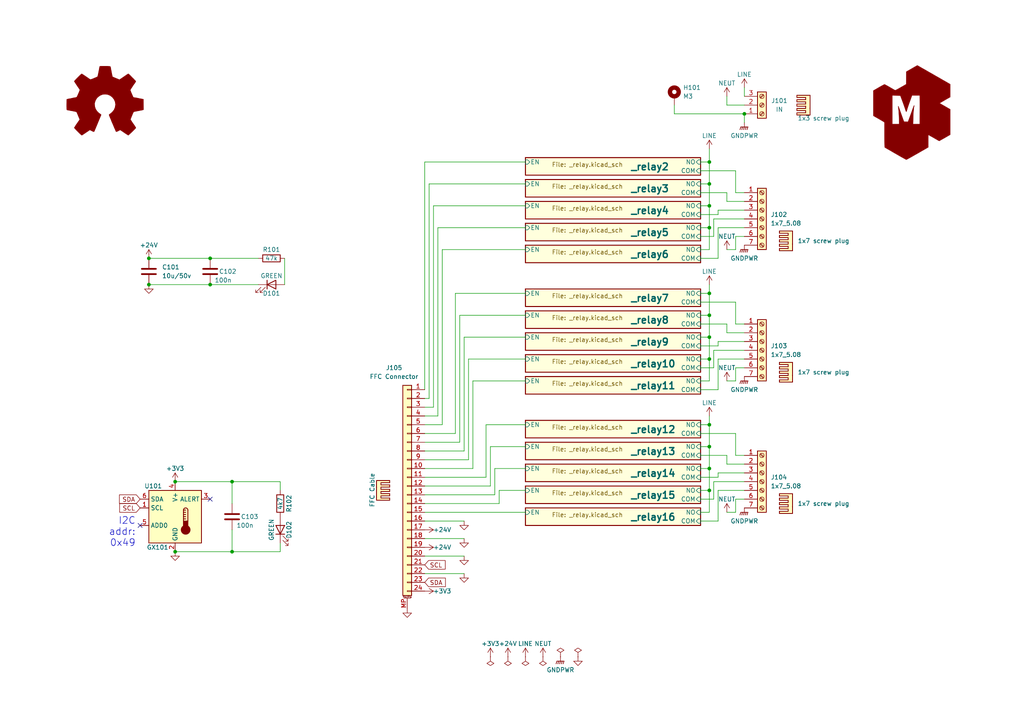
<source format=kicad_sch>
(kicad_sch (version 20211123) (generator eeschema)
  (paper "A4")
  (title_block (title "WormControl-Relay15x5t15-PowerBoard") (date "2024-11-28") (rev "0.1") (company "makerspace.lt"))
  (lib_symbols
    (symbol "-local:LOGO_KMS" (pin_names (offset 1.016)))
    (symbol "-pwr:+3V3" (power) (pin_numbers hide) (pin_names (offset 0) hide)
      (property "Value" "+3V3" (at 0 3.81 0))
      (symbol "+3V3_1_1"
        (pin power_in line (at 0 0 90) (length 0) hide (name "+3V3") (number "1"))
      )
    )
    (symbol "-pwr:GND" (power) (pin_numbers hide) (pin_names (offset 0) hide)
      (symbol "GND_1_1"
        (pin power_in line (at 0 0 270) (length 0) hide (name "GND") (number "1"))
      )
    )
    (symbol "Connector:Screw_Terminal_01x03" (pin_names (offset 1.016) hide)
      (property "Reference" "J" (at 0 5.08 0))
      (property "Value" "Screw_Terminal_01x03" (at 0 -5.08 0))
      (symbol "Screw_Terminal_01x03_1_1"
        (pin passive line (at -5.08 2.54 0) (length 3.81) (name "Pin_1") (number "1"))
        (pin passive line (at -5.08 0 0) (length 3.81) (name "Pin_2") (number "2"))
        (pin passive line (at -5.08 -2.54 0) (length 3.81) (name "Pin_3") (number "3"))
      )
    )
    (symbol "Connector:Screw_Terminal_01x07" (pin_names (offset 1.016) hide)
      (property "Reference" "J" (at 0 10.16 0))
      (property "Value" "Screw_Terminal_01x07" (at 0 -10.16 0))
      (symbol "Screw_Terminal_01x07_1_1"
        (pin passive line (at -5.08 7.62 0) (length 3.81) (name "Pin_1") (number "1"))
        (pin passive line (at -5.08 5.08 0) (length 3.81) (name "Pin_2") (number "2"))
        (pin passive line (at -5.08 2.54 0) (length 3.81) (name "Pin_3") (number "3"))
        (pin passive line (at -5.08 0 0) (length 3.81) (name "Pin_4") (number "4"))
        (pin passive line (at -5.08 -2.54 0) (length 3.81) (name "Pin_5") (number "5"))
        (pin passive line (at -5.08 -5.08 0) (length 3.81) (name "Pin_6") (number "6"))
        (pin passive line (at -5.08 -7.62 0) (length 3.81) (name "Pin_7") (number "7"))
      )
    )
    (symbol "Connector_Generic_MountingPin:Conn_01x24_MountingPin" (pin_names (offset 1.016) hide)
      (property "Reference" "J" (at 0 30.48 0))
      (property "Value" "Conn_01x24_MountingPin" (at 1.27 -33.02 0))
      (symbol "Conn_01x24_MountingPin_1_1"
        (text "Mounting" (at 0 -32.131 0) (effects (font (size 0.381 0.381))))
        (pin passive line (at -5.08 27.94 0) (length 3.81) (name "Pin_1") (number "1"))
        (pin passive line (at -5.08 5.08 0) (length 3.81) (name "Pin_10") (number "10"))
        (pin passive line (at -5.08 2.54 0) (length 3.81) (name "Pin_11") (number "11"))
        (pin passive line (at -5.08 0 0) (length 3.81) (name "Pin_12") (number "12"))
        (pin passive line (at -5.08 -2.54 0) (length 3.81) (name "Pin_13") (number "13"))
        (pin passive line (at -5.08 -5.08 0) (length 3.81) (name "Pin_14") (number "14"))
        (pin passive line (at -5.08 -7.62 0) (length 3.81) (name "Pin_15") (number "15"))
        (pin passive line (at -5.08 -10.16 0) (length 3.81) (name "Pin_16") (number "16"))
        (pin passive line (at -5.08 -12.7 0) (length 3.81) (name "Pin_17") (number "17"))
        (pin passive line (at -5.08 -15.24 0) (length 3.81) (name "Pin_18") (number "18"))
        (pin passive line (at -5.08 -17.78 0) (length 3.81) (name "Pin_19") (number "19"))
        (pin passive line (at -5.08 25.4 0) (length 3.81) (name "Pin_2") (number "2"))
        (pin passive line (at -5.08 -20.32 0) (length 3.81) (name "Pin_20") (number "20"))
        (pin passive line (at -5.08 -22.86 0) (length 3.81) (name "Pin_21") (number "21"))
        (pin passive line (at -5.08 -25.4 0) (length 3.81) (name "Pin_22") (number "22"))
        (pin passive line (at -5.08 -27.94 0) (length 3.81) (name "Pin_23") (number "23"))
        (pin passive line (at -5.08 -30.48 0) (length 3.81) (name "Pin_24") (number "24"))
        (pin passive line (at -5.08 22.86 0) (length 3.81) (name "Pin_3") (number "3"))
        (pin passive line (at -5.08 20.32 0) (length 3.81) (name "Pin_4") (number "4"))
        (pin passive line (at -5.08 17.78 0) (length 3.81) (name "Pin_5") (number "5"))
        (pin passive line (at -5.08 15.24 0) (length 3.81) (name "Pin_6") (number "6"))
        (pin passive line (at -5.08 12.7 0) (length 3.81) (name "Pin_7") (number "7"))
        (pin passive line (at -5.08 10.16 0) (length 3.81) (name "Pin_8") (number "8"))
        (pin passive line (at -5.08 7.62 0) (length 3.81) (name "Pin_9") (number "9"))
        (pin passive line (at 0 -35.56 90) (length 3.048) (name "MountPin") (number "MP"))
      )
    )
    (symbol "Device:C" (pin_numbers hide) (pin_names (offset 0.254))
      (property "Reference" "C" (at 0.635 2.54 0))
      (property "Value" "C" (at 0.635 -2.54 0))
      (symbol "C_1_1"
        (pin passive line (at 0 3.81 270) (length 2.794) (name "~") (number "1"))
        (pin passive line (at 0 -3.81 90) (length 2.794) (name "~") (number "2"))
      )
    )
    (symbol "Device:LED" (pin_numbers hide) (pin_names (offset 1.016) hide)
      (property "Reference" "D" (at 0 2.54 0))
      (property "Value" "LED" (at 0 -2.54 0))
      (symbol "LED_1_1"
        (pin passive line (at -3.81 0 0) (length 2.54) (name "K") (number "1"))
        (pin passive line (at 3.81 0 180) (length 2.54) (name "A") (number "2"))
      )
    )
    (symbol "Device:R" (pin_numbers hide) (pin_names (offset 0))
      (property "Reference" "R" (at 2.032 0 90))
      (property "Value" "R" (at 0 0 90))
      (symbol "R_1_1"
        (pin passive line (at 0 3.81 270) (length 1.27) (name "~") (number "1"))
        (pin passive line (at 0 -3.81 90) (length 1.27) (name "~") (number "2"))
      )
    )
    (symbol "Graphic:Logo_Open_Hardware_Large" (pin_names (offset 1.016)))
    (symbol "Mechanical:Heatsink" (pin_names (offset 1.016))
      (property "Reference" "HS" (at 0 5.08 0))
      (property "Value" "Heatsink" (at 0 -1.27 0))
    )
    (symbol "Mechanical:MountingHole_Pad" (pin_numbers hide) (pin_names (offset 1.016) hide)
      (property "Reference" "H" (at 0 6.35 0))
      (property "Value" "MountingHole_Pad" (at 0 4.445 0))
      (symbol "MountingHole_Pad_1_1"
        (pin input line (at 0 -2.54 90) (length 2.54) (name "1") (number "1"))
      )
    )
    (symbol "Sensor_Temperature:TMP101"
      (property "Reference" "U" (at -2.54 10.795 0))
      (property "Value" "TMP101" (at -2.54 8.89 0))
      (symbol "TMP101_1_1"
        (pin input line (at -10.16 2.54 0) (length 2.54) (name "SCL") (number "1"))
        (pin power_in line (at 0 -10.16 90) (length 2.54) (name "GND") (number "2"))
        (pin open_collector line (at 10.16 5.08 180) (length 2.54) (name "ALERT") (number "3"))
        (pin power_in line (at 0 10.16 270) (length 2.54) (name "V+") (number "4"))
        (pin input line (at -10.16 -2.54 0) (length 2.54) (name "ADD0") (number "5"))
        (pin bidirectional line (at -10.16 5.08 0) (length 2.54) (name "SDA") (number "6"))
      )
    )
    (symbol "power:+24V" (power) (pin_numbers hide) (pin_names (offset 0) hide)
      (property "Value" "+24V" (at 0 3.556 0))
      (symbol "+24V_1_1"
        (pin power_in line (at 0 0 90) (length 0) hide (name "+24V") (number "1"))
      )
    )
    (symbol "power:GNDPWR" (power) (pin_numbers hide) (pin_names (offset 0) hide)
      (property "Value" "GNDPWR" (at 0 -3.302 0))
      (symbol "GNDPWR_1_1"
        (pin power_in line (at 0 0 270) (length 0) hide (name "GNDPWR") (number "1"))
      )
    )
    (symbol "power:LINE" (power) (pin_numbers hide) (pin_names (offset 0) hide)
      (property "Value" "LINE" (at 0 3.81 0))
      (symbol "LINE_1_1"
        (pin power_in line (at 0 0 90) (length 0) hide (name "LINE") (number "1"))
      )
    )
    (symbol "power:NEUT" (power) (pin_numbers hide) (pin_names (offset 0) hide)
      (property "Value" "NEUT" (at 0 3.81 0))
      (symbol "NEUT_1_1"
        (pin power_in line (at 0 0 90) (length 0) hide (name "NEUT") (number "1"))
      )
    )
    (symbol "power:PWR_FLAG" (power) (pin_numbers hide) (pin_names (offset 0) hide)
      (property "Value" "PWR_FLAG" (at 0 3.81 0))
      (symbol "PWR_FLAG_0_0"
        (pin power_out line (at 0 0 90) (length 0) (name "pwr") (number "1"))
      )
    )
  )
  (junction (at 67.31 160.02))
  (junction (at 205.74 104.14))
  (junction (at 43.18 74.93))
  (junction (at 205.74 142.24))
  (junction (at 205.74 129.54))
  (junction (at 43.18 82.55))
  (junction (at 205.74 66.04))
  (junction (at 205.74 97.79))
  (junction (at 60.96 82.55))
  (junction (at 205.74 123.19))
  (junction (at 205.74 91.44))
  (junction (at 205.74 85.09))
  (junction (at 205.74 53.34))
  (junction (at 205.74 59.69))
  (junction (at 60.96 74.93))
  (junction (at 205.74 135.89))
  (junction (at 67.31 139.7))
  (junction (at 50.8 160.02))
  (junction (at 215.9 33.02))
  (junction (at 205.74 46.99))
  (junction (at 50.8 139.7))
  (no_connect (at 40.64 152.4))
  (no_connect (at 60.96 144.78))
  (wire (pts (xy 205.74 110.49) (xy 205.74 104.14)))
  (wire (pts (xy 215.9 25.4) (xy 215.9 27.94)))
  (wire (pts (xy 205.74 85.09) (xy 205.74 82.55)))
  (wire (pts (xy 67.31 146.05) (xy 67.31 139.7)))
  (wire (pts (xy 203.2 91.44) (xy 205.74 91.44)))
  (wire (pts (xy 142.24 129.54) (xy 142.24 140.97)))
  (wire (pts (xy 205.74 66.04) (xy 205.74 59.69)))
  (wire (pts (xy 203.2 135.89) (xy 205.74 135.89)))
  (wire (pts (xy 213.36 87.63) (xy 213.36 93.98)))
  (wire (pts (xy 137.16 135.89) (xy 123.19 135.89)))
  (wire (pts (xy 135.89 104.14) (xy 135.89 133.35)))
  (wire (pts (xy 137.16 110.49) (xy 137.16 135.89)))
  (wire (pts (xy 203.2 129.54) (xy 205.74 129.54)))
  (wire (pts (xy 140.97 123.19) (xy 140.97 138.43)))
  (wire (pts (xy 203.2 97.79) (xy 205.74 97.79)))
  (wire (pts (xy 143.51 135.89) (xy 143.51 143.51)))
  (wire (pts (xy 152.4 123.19) (xy 140.97 123.19)))
  (wire (pts (xy 123.19 161.29) (xy 134.62 161.29)))
  (wire (pts (xy 203.2 142.24) (xy 205.74 142.24)))
  (wire (pts (xy 195.58 30.48) (xy 195.58 33.02)))
  (wire (pts (xy 195.58 33.02) (xy 215.9 33.02)))
  (wire (pts (xy 81.28 160.02) (xy 67.31 160.02)))
  (wire (pts (xy 207.01 144.78) (xy 207.01 139.7)))
  (wire (pts (xy 203.2 53.34) (xy 205.74 53.34)))
  (wire (pts (xy 152.4 85.09) (xy 132.08 85.09)))
  (wire (pts (xy 203.2 110.49) (xy 205.74 110.49)))
  (wire (pts (xy 208.28 138.43) (xy 208.28 137.16)))
  (wire (pts (xy 123.19 46.99) (xy 123.19 113.03)))
  (wire (pts (xy 67.31 153.67) (xy 67.31 160.02)))
  (wire (pts (xy 203.2 68.58) (xy 207.01 68.58)))
  (wire (pts (xy 123.19 151.13) (xy 134.62 151.13)))
  (wire (pts (xy 205.74 142.24) (xy 205.74 135.89)))
  (wire (pts (xy 210.82 30.48) (xy 215.9 30.48)))
  (wire (pts (xy 123.19 148.59) (xy 152.4 148.59)))
  (wire (pts (xy 205.74 97.79) (xy 205.74 91.44)))
  (wire (pts (xy 213.36 106.68) (xy 215.9 106.68)))
  (wire (pts (xy 210.82 132.08) (xy 210.82 134.62)))
  (wire (pts (xy 205.74 135.89) (xy 205.74 129.54)))
  (wire (pts (xy 81.28 157.48) (xy 81.28 160.02)))
  (wire (pts (xy 124.46 115.57) (xy 123.19 115.57)))
  (wire (pts (xy 213.36 68.58) (xy 215.9 68.58)))
  (wire (pts (xy 203.2 148.59) (xy 205.74 148.59)))
  (wire (pts (xy 213.36 49.53) (xy 213.36 55.88)))
  (wire (pts (xy 142.24 140.97) (xy 123.19 140.97)))
  (wire (pts (xy 203.2 123.19) (xy 205.74 123.19)))
  (wire (pts (xy 210.82 55.88) (xy 210.82 58.42)))
  (wire (pts (xy 210.82 58.42) (xy 215.9 58.42)))
  (wire (pts (xy 210.82 110.49) (xy 213.36 110.49)))
  (wire (pts (xy 205.74 104.14) (xy 205.74 97.79)))
  (wire (pts (xy 82.55 74.93) (xy 82.55 82.55)))
  (wire (pts (xy 133.35 128.27) (xy 123.19 128.27)))
  (wire (pts (xy 127 66.04) (xy 127 120.65)))
  (wire (pts (xy 135.89 133.35) (xy 123.19 133.35)))
  (wire (pts (xy 203.2 85.09) (xy 205.74 85.09)))
  (wire (pts (xy 127 120.65) (xy 123.19 120.65)))
  (wire (pts (xy 152.4 66.04) (xy 127 66.04)))
  (wire (pts (xy 205.74 91.44) (xy 205.74 85.09)))
  (wire (pts (xy 208.28 142.24) (xy 215.9 142.24)))
  (wire (pts (xy 152.4 135.89) (xy 143.51 135.89)))
  (wire (pts (xy 203.2 100.33) (xy 208.28 100.33)))
  (wire (pts (xy 203.2 55.88) (xy 210.82 55.88)))
  (wire (pts (xy 208.28 142.24) (xy 208.28 151.13)))
  (wire (pts (xy 67.31 160.02) (xy 50.8 160.02)))
  (wire (pts (xy 205.74 46.99) (xy 205.74 43.18)))
  (wire (pts (xy 133.35 91.44) (xy 133.35 128.27)))
  (wire (pts (xy 213.36 93.98) (xy 215.9 93.98)))
  (wire (pts (xy 203.2 132.08) (xy 210.82 132.08)))
  (wire (pts (xy 210.82 96.52) (xy 215.9 96.52)))
  (wire (pts (xy 132.08 85.09) (xy 132.08 125.73)))
  (wire (pts (xy 203.2 144.78) (xy 207.01 144.78)))
  (wire (pts (xy 213.36 110.49) (xy 213.36 106.68)))
  (wire (pts (xy 205.74 59.69) (xy 205.74 53.34)))
  (wire (pts (xy 203.2 66.04) (xy 205.74 66.04)))
  (wire (pts (xy 205.74 53.34) (xy 205.74 46.99)))
  (wire (pts (xy 152.4 46.99) (xy 123.19 46.99)))
  (wire (pts (xy 213.36 132.08) (xy 215.9 132.08)))
  (wire (pts (xy 210.82 72.39) (xy 213.36 72.39)))
  (wire (pts (xy 203.2 62.23) (xy 208.28 62.23)))
  (wire (pts (xy 144.78 146.05) (xy 123.19 146.05)))
  (wire (pts (xy 43.18 82.55) (xy 60.96 82.55)))
  (wire (pts (xy 213.36 144.78) (xy 213.36 148.59)))
  (wire (pts (xy 152.4 129.54) (xy 142.24 129.54)))
  (wire (pts (xy 207.01 139.7) (xy 215.9 139.7)))
  (wire (pts (xy 208.28 66.04) (xy 215.9 66.04)))
  (wire (pts (xy 203.2 72.39) (xy 205.74 72.39)))
  (wire (pts (xy 152.4 142.24) (xy 144.78 142.24)))
  (wire (pts (xy 152.4 104.14) (xy 135.89 104.14)))
  (wire (pts (xy 43.18 74.93) (xy 60.96 74.93)))
  (wire (pts (xy 215.9 144.78) (xy 213.36 144.78)))
  (wire (pts (xy 60.96 74.93) (xy 74.93 74.93)))
  (wire (pts (xy 207.01 68.58) (xy 207.01 63.5)))
  (wire (pts (xy 207.01 106.68) (xy 207.01 101.6)))
  (wire (pts (xy 208.28 60.96) (xy 215.9 60.96)))
  (wire (pts (xy 125.73 118.11) (xy 123.19 118.11)))
  (wire (pts (xy 128.27 123.19) (xy 123.19 123.19)))
  (wire (pts (xy 213.36 55.88) (xy 215.9 55.88)))
  (wire (pts (xy 81.28 139.7) (xy 67.31 139.7)))
  (wire (pts (xy 81.28 142.24) (xy 81.28 139.7)))
  (wire (pts (xy 203.2 59.69) (xy 205.74 59.69)))
  (wire (pts (xy 203.2 106.68) (xy 207.01 106.68)))
  (wire (pts (xy 134.62 166.37) (xy 123.19 166.37)))
  (wire (pts (xy 208.28 60.96) (xy 208.28 62.23)))
  (wire (pts (xy 210.82 134.62) (xy 215.9 134.62)))
  (wire (pts (xy 203.2 49.53) (xy 213.36 49.53)))
  (wire (pts (xy 134.62 130.81) (xy 123.19 130.81)))
  (wire (pts (xy 203.2 104.14) (xy 205.74 104.14)))
  (wire (pts (xy 134.62 97.79) (xy 134.62 130.81)))
  (wire (pts (xy 208.28 104.14) (xy 215.9 104.14)))
  (wire (pts (xy 208.28 100.33) (xy 208.28 99.06)))
  (wire (pts (xy 144.78 142.24) (xy 144.78 146.05)))
  (wire (pts (xy 203.2 113.03) (xy 208.28 113.03)))
  (wire (pts (xy 128.27 72.39) (xy 128.27 123.19)))
  (wire (pts (xy 152.4 110.49) (xy 137.16 110.49)))
  (wire (pts (xy 213.36 125.73) (xy 213.36 132.08)))
  (wire (pts (xy 203.2 138.43) (xy 208.28 138.43)))
  (wire (pts (xy 67.31 139.7) (xy 50.8 139.7)))
  (wire (pts (xy 140.97 138.43) (xy 123.19 138.43)))
  (wire (pts (xy 143.51 143.51) (xy 123.19 143.51)))
  (wire (pts (xy 203.2 46.99) (xy 205.74 46.99)))
  (wire (pts (xy 152.4 53.34) (xy 124.46 53.34)))
  (wire (pts (xy 203.2 151.13) (xy 208.28 151.13)))
  (wire (pts (xy 203.2 87.63) (xy 213.36 87.63)))
  (wire (pts (xy 123.19 156.21) (xy 134.62 156.21)))
  (wire (pts (xy 207.01 63.5) (xy 215.9 63.5)))
  (wire (pts (xy 208.28 104.14) (xy 208.28 113.03)))
  (wire (pts (xy 125.73 59.69) (xy 125.73 118.11)))
  (wire (pts (xy 203.2 93.98) (xy 210.82 93.98)))
  (wire (pts (xy 205.74 129.54) (xy 205.74 123.19)))
  (wire (pts (xy 213.36 148.59) (xy 210.82 148.59)))
  (wire (pts (xy 60.96 82.55) (xy 74.93 82.55)))
  (wire (pts (xy 208.28 137.16) (xy 215.9 137.16)))
  (wire (pts (xy 208.28 66.04) (xy 208.28 74.93)))
  (wire (pts (xy 203.2 125.73) (xy 213.36 125.73)))
  (wire (pts (xy 207.01 101.6) (xy 215.9 101.6)))
  (wire (pts (xy 210.82 93.98) (xy 210.82 96.52)))
  (wire (pts (xy 152.4 72.39) (xy 128.27 72.39)))
  (wire (pts (xy 215.9 35.56) (xy 215.9 33.02)))
  (wire (pts (xy 152.4 59.69) (xy 125.73 59.69)))
  (wire (pts (xy 208.28 99.06) (xy 215.9 99.06)))
  (wire (pts (xy 152.4 91.44) (xy 133.35 91.44)))
  (wire (pts (xy 132.08 125.73) (xy 123.19 125.73)))
  (wire (pts (xy 205.74 72.39) (xy 205.74 66.04)))
  (wire (pts (xy 124.46 53.34) (xy 124.46 115.57)))
  (wire (pts (xy 213.36 72.39) (xy 213.36 68.58)))
  (wire (pts (xy 205.74 123.19) (xy 205.74 120.65)))
  (wire (pts (xy 203.2 74.93) (xy 208.28 74.93)))
  (wire (pts (xy 152.4 97.79) (xy 134.62 97.79)))
  (wire (pts (xy 210.82 27.94) (xy 210.82 30.48)))
  (wire (pts (xy 205.74 148.59) (xy 205.74 142.24)))
  (text "I2C\naddr:\n0x49" (at 39.37 158.75 180) (effects (font (size 2 2)) (justify right bottom)))
  (global_label "SCL" (shape input) (at 40.64 147.32 180) (property "Intersheet References" "${INTERSHEET_REFS}" (effects hide)))
  (global_label "SDA" (shape input) (at 40.64 144.78 180) (property "Intersheet References" "${INTERSHEET_REFS}" (effects hide)))
  (global_label "SCL" (shape input) (at 123.19 163.83 0) (property "Intersheet References" "${INTERSHEET_REFS}" (effects hide)))
  (global_label "SDA" (shape input) (at 123.19 168.91 0) (property "Intersheet References" "${INTERSHEET_REFS}" (effects hide)))
  (symbol (lib_id "power:GNDPWR") (at 215.9 35.56 0) (unit 1) (in_bom no) (on_board no)
    (property "Reference" "#PWR0103" (effects hide))
    (property "Value" "GNDPWR" (at 215.9 39.37 0))
  )
  (symbol (lib_id "-pwr:GND") (at 43.18 82.55 0) (unit 1)
    (property "Reference" "#PWR0108" (effects hide))
    (property "Value" "GND" (effects hide))
  )
  (symbol (lib_id "-pwr:GND") (at 167.64 190.5 0) (unit 1)
    (property "Reference" "#PWR0130" (effects hide))
    (property "Value" "GND" (effects hide))
  )
  (symbol (lib_id "power:PWR_FLAG") (at 167.64 190.5 0) (unit 1)
    (property "Reference" "#FLG0106" (effects hide))
    (property "Value" "PWR_FLAG" (effects hide))
  )
  (symbol (lib_id "power:GNDPWR") (at 215.9 109.22 0) (unit 1) (in_bom no) (on_board no)
    (property "Reference" "#PWR0110" (effects hide))
    (property "Value" "GNDPWR" (at 215.9 113.03 0))
  )
  (symbol (lib_id "power:PWR_FLAG") (at 152.4 190.5 180) (unit 1)
    (property "Reference" "#FLG0103" (effects hide))
    (property "Value" "PWR_FLAG" (effects hide))
  )
  (symbol (lib_id "power:+24V") (at 43.18 74.93 0) (unit 1) (in_bom no) (on_board no)
    (property "Reference" "#PWR0107" (effects hide))
    (property "Value" "+24V" (at 43.18 71.12 0))
  )
  (symbol (lib_id "power:+24V") (at 147.32 190.5 0) (unit 1) (in_bom no) (on_board no)
    (property "Reference" "#PWR0126" (effects hide))
    (property "Value" "+24V" (at 147.32 186.69 0))
  )
  (symbol (lib_id "power:PWR_FLAG") (at 142.24 190.5 180) (unit 1)
    (property "Reference" "#FLG0101" (effects hide))
    (property "Value" "PWR_FLAG" (effects hide))
  )
  (symbol (lib_id "-local:LOGO_KMS") (at 262.89 31.75 0) (unit 1) (in_bom no)
    (property "Reference" "G102" (effects hide))
    (property "Value" "LOGO_KMS" (effects hide))
    (property "Footprint" "-local:logo_kms_small_silkscreen" (effects hide))
    (property "jlc-part-type" "-" (effects hide))
  )
  (symbol (lib_id "Connector_Generic_MountingPin:Conn_01x24_MountingPin") (at 118.11 140.97 0) (mirror y) (unit 1)
    (property "Reference" "J105" (at 114.3 106.68 0))
    (property "Value" "FFC Connector" (at 114.3 109.22 0))
    (property "Footprint" "-local:AFC11-S24ICC-00" (effects hide))
    (property "Datasheet" "https://www.lcsc.com/datasheet/lcsc_datasheet_2212161930_JUSHUO-AFC11-S24ICC-00_C11075.pdf" (effects hide))
    (property "jlc-part-type" "E" (effects hide))
    (property "lcsc#" "C11075" (effects hide))
  )
  (symbol (lib_id "-pwr:+3V3") (at 123.19 171.45 270) (unit 1)
    (property "Reference" "#PWR0123" (effects hide))
    (property "Value" "+3V3" (at 128.27 171.45 90))
  )
  (symbol (lib_id "-pwr:GND") (at 134.62 161.29 0) (unit 1)
    (property "Reference" "#PWR0121" (effects hide))
    (property "Value" "GND" (effects hide))
  )
  (symbol (lib_id "power:+24V") (at 123.19 158.75 270) (unit 1) (in_bom no) (on_board no)
    (property "Reference" "#PWR0119" (effects hide))
    (property "Value" "+24V" (at 128.27 158.75 90))
  )
  (symbol (lib_id "-pwr:GND") (at 134.62 151.13 0) (unit 1)
    (property "Reference" "#PWR0116" (effects hide))
    (property "Value" "GND" (effects hide))
  )
  (symbol (lib_id "power:LINE") (at 205.74 120.65 0) (unit 1) (in_bom no) (on_board no)
    (property "Reference" "#PWR0112" (effects hide))
    (property "Value" "LINE" (at 205.74 116.84 0))
  )
  (symbol (lib_id "Sensor_Temperature:TMP101") (at 50.8 149.86 0) (unit 1)
    (property "Reference" "U101" (at 44.45 140.97 0))
    (property "Value" "GX101" (at 45.72 158.75 0))
    (property "Footprint" "Package_TO_SOT_SMD:SOT-23-6" (effects hide))
    (property "Datasheet" "https://www.lcsc.com/datasheet/lcsc_datasheet_2409280202_GXCAS-GX101S_C5441728.pdf" (effects hide))
    (property "jlc-part-type" "E" (effects hide))
    (property "lcsc#" "C5441728" (effects hide))
  )
  (symbol (lib_id "Connector:Screw_Terminal_01x03") (at 220.98 30.48 0) (mirror x) (unit 1)
    (property "Reference" "J101" (at 226.06 29.21 0))
    (property "Value" "IN" (at 226.06 31.75 0))
    (property "Footprint" "Connector_Phoenix_GMSTB:PhoenixContact_GMSTBA_2,5_3-G-7,62_1x03_P7.62mm_Horizontal" (effects hide))
    (property "Datasheet" "https://www.lcsc.com/datasheet/lcsc_datasheet_2303311930_Cixi-Kefa-Elec-KF2EDGRC-7-62-3P_C441247.pdf" (effects hide))
    (property "jlc-part-type" "E" (effects hide))
    (property "lcsc#" "C441247" (effects hide))
  )
  (symbol (lib_id "power:LINE") (at 152.4 190.5 0) (unit 1) (in_bom no) (on_board no)
    (property "Reference" "#PWR0127" (effects hide))
    (property "Value" "LINE" (at 152.4 186.69 0))
  )
  (symbol (lib_id "Connector:Screw_Terminal_01x07") (at 220.98 139.7 0) (unit 1)
    (property "Reference" "J104" (at 223.52 138.4299 0) (effects (justify left)))
    (property "Value" "1x7_5.08" (at 223.52 140.9699 0) (effects (justify left)))
    (property "Footprint" "Connector_Phoenix_MSTB:PhoenixContact_MSTBA_2,5_7-G-5,08_1x07_P5.08mm_Horizontal" (effects hide))
    (property "Datasheet" "https://www.lcsc.com/datasheet/lcsc_datasheet_2408130957_Ningbo-Kangnex-Elec-WJ2EDGRC-5-08-7P_C46179.pdf" (effects hide))
    (property "jlc-part-type" "E" (effects hide))
    (property "lcsc#" "C46179" (effects hide))
  )
  (symbol (lib_id "Mechanical:Heatsink") (at 229.87 146.05 90) (unit 1) (on_board no)
    (property "Reference" "BOM105" (effects hide))
    (property "Value" "1x7 screw plug" (at 246.38 146.05 90) (effects (justify left)))
    (property "Datasheet" "https://wmsc.lcsc.com/wmsc/upload/file/pdf/v2/lcsc/2304140030_JILN-JL2EDGK-50807G01_C409127.pdf" (effects hide))
    (property "jlc-part-type" "E" (effects hide))
    (property "lcsc#" "C409127" (effects hide))
  )
  (symbol (lib_id "-pwr:GND") (at 134.62 156.21 0) (unit 1)
    (property "Reference" "#PWR0118" (effects hide))
    (property "Value" "GND" (effects hide))
  )
  (symbol (lib_id "power:NEUT") (at 210.82 27.94 0) (unit 1) (in_bom no) (on_board no)
    (property "Reference" "#PWR0102" (effects hide))
    (property "Value" "NEUT" (at 210.82 24.13 0))
  )
  (symbol (lib_id "power:NEUT") (at 157.48 190.5 0) (unit 1) (in_bom no) (on_board no)
    (property "Reference" "#PWR0128" (effects hide))
    (property "Value" "NEUT" (at 157.48 186.69 0))
  )
  (symbol (lib_id "Device:R") (at 81.28 146.05 0) (unit 1)
    (property "Reference" "R102" (at 83.82 146.05 90))
    (property "Value" "4k7" (at 81.28 146.05 90))
    (property "Footprint" "Resistor_SMD:R_0805_2012Metric_Pad1.20x1.40mm_HandSolder" (effects hide))
    (property "jlc-part-type" "B" (effects hide))
    (property "lcsc#" "C17673" (effects hide))
  )
  (symbol (lib_id "power:NEUT") (at 210.82 148.59 0) (unit 1) (in_bom no) (on_board no)
    (property "Reference" "#PWR0115" (effects hide))
    (property "Value" "NEUT" (at 210.82 144.78 0))
  )
  (symbol (lib_id "Mechanical:MountingHole_Pad") (at 195.58 27.94 0) (unit 1)
    (property "Reference" "H101" (at 198.12 25.3999 0) (effects (justify left)))
    (property "Value" "M3" (at 198.12 27.9399 0) (effects (justify left)))
    (property "Footprint" "-local:post_m3x5mm" (effects hide))
    (property "Datasheet" "https://wmsc.lcsc.com/wmsc/upload/file/pdf/v2/lcsc/2111221230_Sinhoo-SMTSO3050CTJ_C2915636.pdf" (effects hide))
    (property "jlc-part-type" "E" (effects hide))
    (property "lcsc#" "C2915636" (effects hide))
  )
  (symbol (lib_id "Device:LED") (at 81.28 153.67 90) (unit 1)
    (property "Reference" "D102" (at 83.82 153.67 0))
    (property "Value" "GREEN" (at 78.74 153.67 0))
    (property "Footprint" "LED_SMD:LED_0805_2012Metric_Pad1.15x1.40mm_HandSolder" (effects hide))
    (property "Datasheet" "https://jlcpcb.com/api/file/downloadByFileSystemAccessId/8550724011370958848" (effects hide))
    (property "lcsc#" "C2297" (effects hide))
    (property "jlc-part-type" "B" (effects hide))
  )
  (symbol (lib_id "Mechanical:Heatsink") (at 109.22 142.24 270) (unit 1) (on_board no)
    (property "Reference" "BOM104" (effects hide))
    (property "Value" "FFC Cable" (at 107.95 137.16 0) (effects (justify left)))
    (property "Datasheet" "https://www.lcsc.com/datasheet/lcsc_datasheet_2308221406_hanxia-HX-FFC-0-5-24P-100mm_C7543499.pdf" (effects hide))
    (property "lcsc#" "C7543499" (effects hide))
    (property "jlc-part-type" "E" (effects hide))
  )
  (symbol (lib_id "power:GNDPWR") (at 215.9 71.12 0) (unit 1) (in_bom no) (on_board no)
    (property "Reference" "#PWR0105" (effects hide))
    (property "Value" "GNDPWR" (at 215.9 74.93 0))
  )
  (symbol (lib_id "Mechanical:Heatsink") (at 234.95 30.48 90) (unit 1) (on_board no)
    (property "Reference" "BOM101" (effects hide))
    (property "Value" "1x3 screw plug" (at 246.38 34.29 90) (effects (justify left)))
    (property "Datasheet" "https://wmsc.lcsc.com/wmsc/upload/file/pdf/v2/lcsc/2303312000_Cixi-Kefa-Elec-KF2EDGK-7-62-3P_C440891.pdf" (effects hide))
    (property "jlc-part-type" "E" (effects hide))
    (property "lcsc#" "C440891" (effects hide))
  )
  (symbol (lib_id "power:PWR_FLAG") (at 162.56 190.5 0) (unit 1)
    (property "Reference" "#FLG0105" (effects hide))
    (property "Value" "PWR_FLAG" (effects hide))
  )
  (symbol (lib_id "Mechanical:Heatsink") (at 229.87 69.85 90) (unit 1) (on_board no)
    (property "Reference" "BOM102" (effects hide))
    (property "Value" "1x7 screw plug" (at 246.38 69.85 90) (effects (justify left)))
    (property "Datasheet" "https://wmsc.lcsc.com/wmsc/upload/file/pdf/v2/lcsc/2304140030_JILN-JL2EDGK-50807G01_C409127.pdf" (effects hide))
    (property "jlc-part-type" "E" (effects hide))
    (property "lcsc#" "C409127" (effects hide))
  )
  (symbol (lib_id "-pwr:+3V3") (at 50.8 139.7 0) (unit 1)
    (property "Reference" "#PWR0113" (effects hide))
    (property "Value" "+3V3" (at 50.8 135.89 0))
  )
  (symbol (lib_id "Device:C") (at 67.31 149.86 0) (unit 1)
    (property "Reference" "C103" (at 69.85 149.86 0) (effects (justify left)))
    (property "Value" "100n" (at 68.58 152.4 0) (effects (justify left)))
    (property "Footprint" "Capacitor_SMD:C_0805_2012Metric_Pad1.18x1.45mm_HandSolder" (effects hide))
    (property "jlc-part-type" "B" (effects hide))
    (property "lcsc#" "C28233" (effects hide))
  )
  (symbol (lib_id "power:LINE") (at 205.74 43.18 0) (unit 1) (in_bom no) (on_board no)
    (property "Reference" "#PWR0104" (effects hide))
    (property "Value" "LINE" (at 205.74 39.37 0))
  )
  (symbol (lib_id "power:LINE") (at 215.9 25.4 0) (unit 1) (in_bom no) (on_board no)
    (property "Reference" "#PWR0101" (effects hide))
    (property "Value" "LINE" (at 215.9 21.59 0))
  )
  (symbol (lib_id "Device:LED") (at 78.74 82.55 0) (unit 1)
    (property "Reference" "D101" (at 78.74 85.09 0))
    (property "Value" "GREEN" (at 78.74 80.01 0))
    (property "Footprint" "LED_SMD:LED_0805_2012Metric_Pad1.15x1.40mm_HandSolder" (effects hide))
    (property "Datasheet" "https://jlcpcb.com/api/file/downloadByFileSystemAccessId/8550724011370958848" (effects hide))
    (property "lcsc#" "C2297" (effects hide))
    (property "jlc-part-type" "B" (effects hide))
  )
  (symbol (lib_id "power:NEUT") (at 210.82 72.39 0) (unit 1) (in_bom no) (on_board no)
    (property "Reference" "#PWR0106" (effects hide))
    (property "Value" "NEUT" (at 210.82 68.58 0))
  )
  (symbol (lib_id "-pwr:+3V3") (at 142.24 190.5 0) (unit 1)
    (property "Reference" "#PWR0125" (effects hide))
    (property "Value" "+3V3" (at 142.24 186.69 0))
  )
  (symbol (lib_id "power:LINE") (at 205.74 82.55 0) (unit 1) (in_bom no) (on_board no)
    (property "Reference" "#PWR0109" (effects hide))
    (property "Value" "LINE" (at 205.74 78.74 0))
  )
  (symbol (lib_id "Device:C") (at 60.96 78.74 0) (unit 1)
    (property "Reference" "C102" (at 63.5 78.74 0) (effects (justify left)))
    (property "Value" "100n" (at 62.23 81.28 0) (effects (justify left)))
    (property "Footprint" "Capacitor_SMD:C_0805_2012Metric_Pad1.18x1.45mm_HandSolder" (effects hide))
    (property "jlc-part-type" "B" (effects hide))
    (property "lcsc#" "C28233" (effects hide))
  )
  (symbol (lib_id "power:PWR_FLAG") (at 157.48 190.5 180) (unit 1)
    (property "Reference" "#FLG0104" (effects hide))
    (property "Value" "PWR_FLAG" (effects hide))
  )
  (symbol (lib_id "Graphic:Logo_Open_Hardware_Large") (at 30.48 30.48 0) (unit 1) (in_bom no)
    (property "Reference" "G101" (effects hide))
    (property "Value" "Logo_Open_Hardware_Large" (effects hide))
    (property "Footprint" "Symbol:OSHW-Symbol_6.7x6mm_SilkScreen" (effects hide))
    (property "jlc-part-type" "-" (effects hide))
  )
  (symbol (lib_id "Device:C") (at 43.18 78.74 0) (unit 1)
    (property "Reference" "C101" (at 46.99 77.4699 0) (effects (justify left)))
    (property "Value" "10u/50v" (at 46.99 80.01 0) (effects (justify left)))
    (property "Footprint" "Capacitor_SMD:C_0805_2012Metric_Pad1.18x1.45mm_HandSolder" (effects hide))
    (property "jlc-part-type" "B" (effects hide))
    (property "lcsc#" "C440198" (effects hide))
  )
  (symbol (lib_id "Device:R") (at 78.74 74.93 90) (unit 1)
    (property "Reference" "R101" (at 78.74 72.39 90))
    (property "Value" "47k" (at 78.74 74.93 90))
    (property "Footprint" "Resistor_SMD:R_0805_2012Metric_Pad1.20x1.40mm_HandSolder" (effects hide))
    (property "jlc-part-type" "B" (effects hide))
    (property "lcsc#" "C17713" (effects hide))
  )
  (symbol (lib_id "Mechanical:Heatsink") (at 229.87 107.95 90) (unit 1) (on_board no)
    (property "Reference" "BOM103" (effects hide))
    (property "Value" "1x7 screw plug" (at 246.38 107.95 90) (effects (justify left)))
    (property "Datasheet" "https://wmsc.lcsc.com/wmsc/upload/file/pdf/v2/lcsc/2304140030_JILN-JL2EDGK-50807G01_C409127.pdf" (effects hide))
    (property "jlc-part-type" "E" (effects hide))
    (property "lcsc#" "C409127" (effects hide))
  )
  (symbol (lib_id "power:GNDPWR") (at 162.56 190.5 0) (unit 1) (in_bom no) (on_board no)
    (property "Reference" "#PWR0129" (effects hide))
    (property "Value" "GNDPWR" (at 162.56 194.31 0))
  )
  (symbol (lib_id "power:GNDPWR") (at 215.9 147.32 0) (unit 1) (in_bom no) (on_board no)
    (property "Reference" "#PWR0114" (effects hide))
    (property "Value" "GNDPWR" (at 215.9 151.13 0))
  )
  (symbol (lib_id "-pwr:GND") (at 50.8 160.02 0) (unit 1)
    (property "Reference" "#PWR0120" (effects hide))
    (property "Value" "GND" (effects hide))
  )
  (symbol (lib_id "-pwr:GND") (at 134.62 166.37 0) (unit 1)
    (property "Reference" "#PWR0122" (effects hide))
    (property "Value" "GND" (effects hide))
  )
  (symbol (lib_id "-pwr:GND") (at 118.11 176.53 0) (unit 1)
    (property "Reference" "#PWR0124" (effects hide))
    (property "Value" "GND" (effects hide))
  )
  (symbol (lib_id "power:+24V") (at 123.19 153.67 270) (unit 1) (in_bom no) (on_board no)
    (property "Reference" "#PWR0117" (effects hide))
    (property "Value" "+24V" (at 128.27 153.67 90))
  )
  (symbol (lib_id "Connector:Screw_Terminal_01x07") (at 220.98 101.6 0) (unit 1)
    (property "Reference" "J103" (at 223.52 100.3299 0) (effects (justify left)))
    (property "Value" "1x7_5.08" (at 223.52 102.8699 0) (effects (justify left)))
    (property "Footprint" "Connector_Phoenix_MSTB:PhoenixContact_MSTBA_2,5_7-G-5,08_1x07_P5.08mm_Horizontal" (effects hide))
    (property "Datasheet" "https://www.lcsc.com/datasheet/lcsc_datasheet_2408130957_Ningbo-Kangnex-Elec-WJ2EDGRC-5-08-7P_C46179.pdf" (effects hide))
    (property "jlc-part-type" "E" (effects hide))
    (property "lcsc#" "C46179" (effects hide))
  )
  (symbol (lib_id "power:NEUT") (at 210.82 110.49 0) (unit 1) (in_bom no) (on_board no)
    (property "Reference" "#PWR0111" (effects hide))
    (property "Value" "NEUT" (at 210.82 106.68 0))
  )
  (symbol (lib_id "Connector:Screw_Terminal_01x07") (at 220.98 63.5 0) (unit 1)
    (property "Reference" "J102" (at 223.52 62.2299 0) (effects (justify left)))
    (property "Value" "1x7_5.08" (at 223.52 64.7699 0) (effects (justify left)))
    (property "Footprint" "Connector_Phoenix_MSTB:PhoenixContact_MSTBA_2,5_7-G-5,08_1x07_P5.08mm_Horizontal" (effects hide))
    (property "Datasheet" "https://www.lcsc.com/datasheet/lcsc_datasheet_2408130957_Ningbo-Kangnex-Elec-WJ2EDGRC-5-08-7P_C46179.pdf" (effects hide))
    (property "jlc-part-type" "E" (effects hide))
    (property "lcsc#" "C46179" (effects hide))
  )
  (symbol (lib_id "power:PWR_FLAG") (at 147.32 190.5 180) (unit 1)
    (property "Reference" "#FLG0102" (effects hide))
    (property "Value" "PWR_FLAG" (effects hide))
  )
  (sheet (at 152.4 58.42) (size 50.8 5.08) (stroke (width 0.3)) (fill (color 255 255 221 1.0000))
    (property "Sheet name" "_relay4" (at 182.88 62.23 0) (effects (font (size 2 2) bold) (justify left bottom)))
    (property "Sheet file" "_relay.kicad_sch" (at 160.02 59.69 0) (effects (justify left top)))
    (pin "COM" input (at 203.2 62.23 0))
    (pin "NO" input (at 203.2 59.69 0))
    (pin "EN" input (at 152.4 59.69 180))
  )
  (sheet (at 152.4 128.27) (size 50.8 5.08) (stroke (width 0.3)) (fill (color 255 255 221 1.0000))
    (property "Sheet name" "_relay13" (at 182.88 132.08 0) (effects (font (size 2 2) bold) (justify left bottom)))
    (property "Sheet file" "_relay.kicad_sch" (at 160.02 129.54 0) (effects (justify left top)))
    (pin "COM" input (at 203.2 132.08 0))
    (pin "NO" input (at 203.2 129.54 0))
    (pin "EN" input (at 152.4 129.54 180))
  )
  (sheet (at 152.4 64.77) (size 50.8 5.08) (stroke (width 0.3)) (fill (color 255 255 221 1.0000))
    (property "Sheet name" "_relay5" (at 182.88 68.58 0) (effects (font (size 2 2) bold) (justify left bottom)))
    (property "Sheet file" "_relay.kicad_sch" (at 160.02 66.04 0) (effects (justify left top)))
    (pin "COM" input (at 203.2 68.58 0))
    (pin "NO" input (at 203.2 66.04 0))
    (pin "EN" input (at 152.4 66.04 180))
  )
  (sheet (at 152.4 121.92) (size 50.8 5.08) (stroke (width 0.3)) (fill (color 255 255 221 1.0000))
    (property "Sheet name" "_relay12" (at 182.88 125.73 0) (effects (font (size 2 2) bold) (justify left bottom)))
    (property "Sheet file" "_relay.kicad_sch" (at 160.02 123.19 0) (effects (justify left top)))
    (pin "COM" input (at 203.2 125.73 0))
    (pin "NO" input (at 203.2 123.19 0))
    (pin "EN" input (at 152.4 123.19 180))
  )
  (sheet (at 152.4 71.12) (size 50.8 5.08) (stroke (width 0.3)) (fill (color 255 255 221 1.0000))
    (property "Sheet name" "_relay6" (at 182.88 74.93 0) (effects (font (size 2 2) bold) (justify left bottom)))
    (property "Sheet file" "_relay.kicad_sch" (at 160.02 72.39 0) (effects (justify left top)))
    (pin "COM" input (at 203.2 74.93 0))
    (pin "NO" input (at 203.2 72.39 0))
    (pin "EN" input (at 152.4 72.39 180))
  )
  (sheet (at 152.4 102.87) (size 50.8 5.08) (stroke (width 0.3)) (fill (color 255 255 221 1.0000))
    (property "Sheet name" "_relay10" (at 182.88 106.68 0) (effects (font (size 2 2) bold) (justify left bottom)))
    (property "Sheet file" "_relay.kicad_sch" (at 160.02 104.14 0) (effects (justify left top)))
    (pin "COM" input (at 203.2 106.68 0))
    (pin "NO" input (at 203.2 104.14 0))
    (pin "EN" input (at 152.4 104.14 180))
  )
  (sheet (at 152.4 52.07) (size 50.8 5.08) (stroke (width 0.3)) (fill (color 255 255 221 1.0000))
    (property "Sheet name" "_relay3" (at 182.88 55.88 0) (effects (font (size 2 2) bold) (justify left bottom)))
    (property "Sheet file" "_relay.kicad_sch" (at 160.02 53.34 0) (effects (justify left top)))
    (pin "COM" input (at 203.2 55.88 0))
    (pin "NO" input (at 203.2 53.34 0))
    (pin "EN" input (at 152.4 53.34 180))
  )
  (sheet (at 152.4 147.32) (size 50.8 5.08) (stroke (width 0.3)) (fill (color 255 255 221 1.0000))
    (property "Sheet name" "_relay16" (at 182.88 151.13 0) (effects (font (size 2 2) bold) (justify left bottom)))
    (property "Sheet file" "_relay.kicad_sch" (at 160.02 148.59 0) (effects (justify left top)))
    (pin "COM" input (at 203.2 151.13 0))
    (pin "NO" input (at 203.2 148.59 0))
    (pin "EN" input (at 152.4 148.59 180))
  )
  (sheet (at 152.4 134.62) (size 50.8 5.08) (stroke (width 0.3)) (fill (color 255 255 221 1.0000))
    (property "Sheet name" "_relay14" (at 182.88 138.43 0) (effects (font (size 2 2) bold) (justify left bottom)))
    (property "Sheet file" "_relay.kicad_sch" (at 160.02 135.89 0) (effects (justify left top)))
    (pin "COM" input (at 203.2 138.43 0))
    (pin "NO" input (at 203.2 135.89 0))
    (pin "EN" input (at 152.4 135.89 180))
  )
  (sheet (at 152.4 109.22) (size 50.8 5.08) (stroke (width 0.3)) (fill (color 255 255 221 1.0000))
    (property "Sheet name" "_relay11" (at 182.88 113.03 0) (effects (font (size 2 2) bold) (justify left bottom)))
    (property "Sheet file" "_relay.kicad_sch" (at 160.02 110.49 0) (effects (justify left top)))
    (pin "COM" input (at 203.2 113.03 0))
    (pin "NO" input (at 203.2 110.49 0))
    (pin "EN" input (at 152.4 110.49 180))
  )
  (sheet (at 152.4 83.82) (size 50.8 5.08) (stroke (width 0.3)) (fill (color 255 255 221 1.0000))
    (property "Sheet name" "_relay7" (at 182.88 87.63 0) (effects (font (size 2 2) bold) (justify left bottom)))
    (property "Sheet file" "_relay.kicad_sch" (at 160.02 85.09 0) (effects (justify left top)))
    (pin "COM" input (at 203.2 87.63 0))
    (pin "NO" input (at 203.2 85.09 0))
    (pin "EN" input (at 152.4 85.09 180))
  )
  (sheet (at 152.4 45.72) (size 50.8 5.08) (stroke (width 0.3)) (fill (color 255 255 221 1.0000))
    (property "Sheet name" "_relay2" (at 182.88 49.53 0) (effects (font (size 2 2) bold) (justify left bottom)))
    (property "Sheet file" "_relay.kicad_sch" (at 160.02 46.99 0) (effects (justify left top)))
    (pin "COM" input (at 203.2 49.53 0))
    (pin "NO" input (at 203.2 46.99 0))
    (pin "EN" input (at 152.4 46.99 180))
  )
  (sheet (at 152.4 90.17) (size 50.8 5.08) (stroke (width 0.3)) (fill (color 255 255 221 1.0000))
    (property "Sheet name" "_relay8" (at 182.88 93.98 0) (effects (font (size 2 2) bold) (justify left bottom)))
    (property "Sheet file" "_relay.kicad_sch" (at 160.02 91.44 0) (effects (justify left top)))
    (pin "COM" input (at 203.2 93.98 0))
    (pin "NO" input (at 203.2 91.44 0))
    (pin "EN" input (at 152.4 91.44 180))
  )
  (sheet (at 152.4 140.97) (size 50.8 5.08) (stroke (width 0.3)) (fill (color 255 255 221 1.0000))
    (property "Sheet name" "_relay15" (at 182.88 144.78 0) (effects (font (size 2 2) bold) (justify left bottom)))
    (property "Sheet file" "_relay.kicad_sch" (at 160.02 142.24 0) (effects (justify left top)))
    (pin "COM" input (at 203.2 144.78 0))
    (pin "NO" input (at 203.2 142.24 0))
    (pin "EN" input (at 152.4 142.24 180))
  )
  (sheet (at 152.4 96.52) (size 50.8 5.08) (stroke (width 0.3)) (fill (color 255 255 221 1.0000))
    (property "Sheet name" "_relay9" (at 182.88 100.33 0) (effects (font (size 2 2) bold) (justify left bottom)))
    (property "Sheet file" "_relay.kicad_sch" (at 160.02 97.79 0) (effects (justify left top)))
    (pin "COM" input (at 203.2 100.33 0))
    (pin "NO" input (at 203.2 97.79 0))
    (pin "EN" input (at 152.4 97.79 180))
  )
)
</source>
